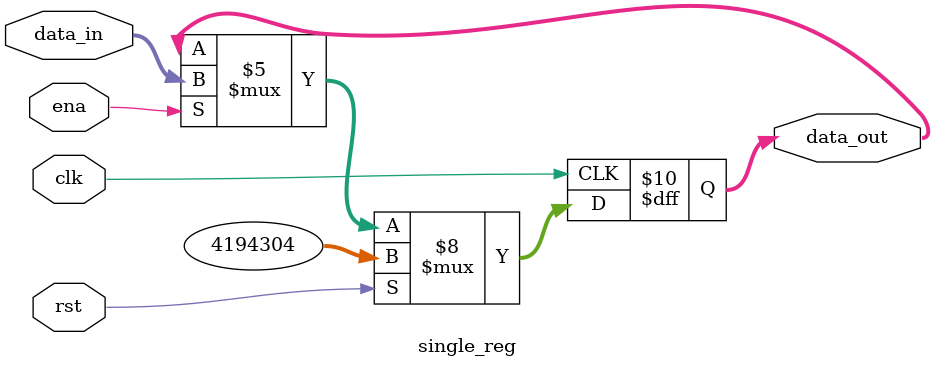
<source format=v>
`timescale 1ns / 1ps


module single_reg(
    input clk, // 1 Î»ÊäÈë£¬¼Ä´æÆ÷Ê±ÖÓÐÅºÅ£¬ÉÏÉýÑØÊ±Îª PC¼Ä´æÆ÷¸³Öµ
    input rst, // 1 Î»ÊäÈë£¬ÖØÖÃÐÅºÅ£¬¸ßµçÆ½Ê±½« PC ¼Ä´æÆ÷ÇåÁã ×¢£ºµ± ena ÐÅºÅÎÞÐ§Ê±£¬rst Ò²¿ÉÒÔÖØÖÃ¼Ä´æÆ÷
    input ena, // 1 Î»ÊäÈë,ÓÐÐ§ÐÅºÅ¸ßµçÆ½Ê±¼Ä´æÆ÷¹¤¶ÁÈëdata_in µÄÖµ£¬·ñÔò±£³ÖÔ­ÓÐÊä³ö
    input [31 : 0] data_in, // 31 Î»ÊäÈë£¬ÊäÈëÊý¾Ý½«±»´æÈë¼Ä´æÆ÷ÄÚ²¿
    output reg [31 : 0] data_out // 31 Î»Êä³ö£¬¹¤×÷Ê±Ê¼ÖÕÊä³ö PC ¼Ä´æÆ÷ÄÚ²¿´æ´¢µÄÖµ
    );
    initial
    begin
        data_out = 32'h00400000;
    end
    always @ (negedge clk)
    begin
        if (rst == 1)
        begin
            data_out <= 32'h00400000;
        end
        else
        begin
            if (ena == 1)
            begin
                data_out <= data_in;
            end
        end
    end
endmodule

</source>
